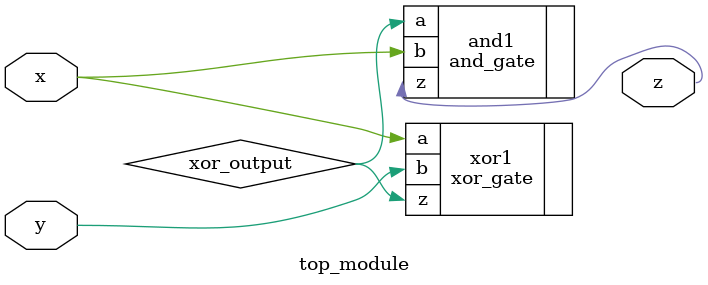
<source format=sv>
module top_module(
	input x,
	input y,
	output z);

	// XOR gate
	wire xor_output;
	xor_gate xor1(.a(x), .b(y), .z(xor_output));
	
	// AND gate
	and_gate and1(.a(xor_output), .b(x), .z(z));
	
endmodule

</source>
